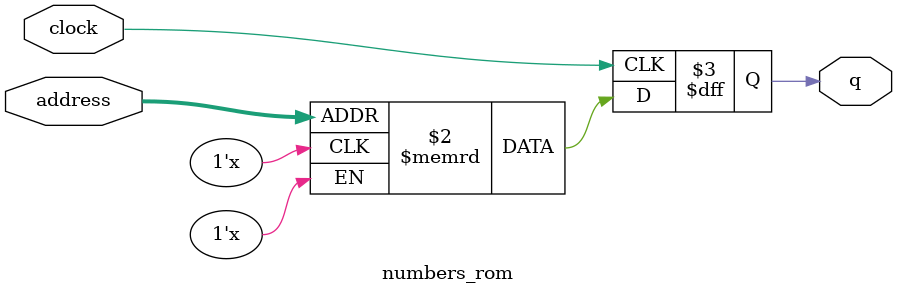
<source format=sv>
module numbers_rom (
	input logic clock,
	input logic [10:0] address,
	output logic [0:0] q
);

logic [0:0] memory [0:1399] /* synthesis ram_init_file = "./numbers/numbers.mif" */;

always_ff @ (posedge clock) begin
	q <= memory[address];
end

endmodule

</source>
